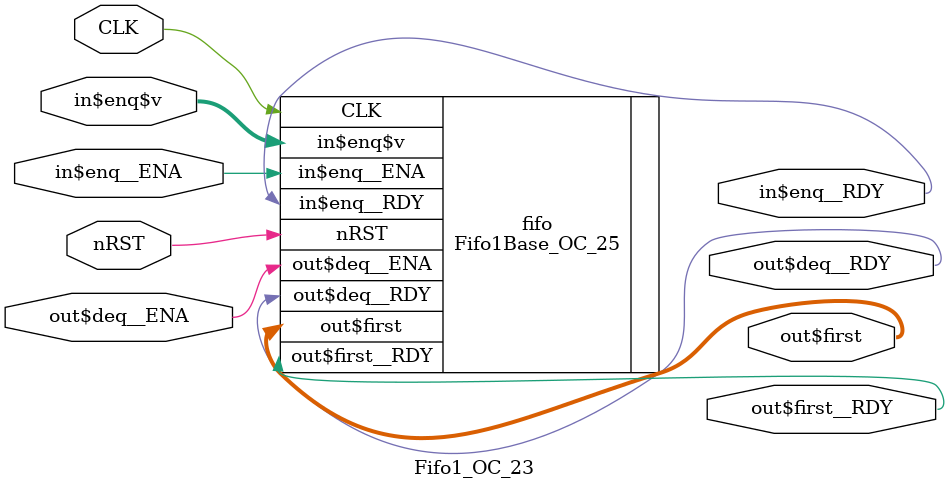
<source format=v>
`include "zynqTop.generated.vh"

`default_nettype none
module Fifo1_OC_23 (input wire CLK, input wire nRST,
    input wire in$enq__ENA,
    input wire [14:0]in$enq$v,
    output wire in$enq__RDY,
    input wire out$deq__ENA,
    output wire out$deq__RDY,
    output wire [14:0]out$first,
    output wire out$first__RDY);
    Fifo1Base_OC_25 fifo (.CLK(CLK), .nRST(nRST),
        .in$enq__ENA(in$enq__ENA),
        .in$enq$v(in$enq$v),
        .in$enq__RDY(in$enq__RDY),
        .out$deq__ENA(out$deq__ENA),
        .out$deq__RDY(out$deq__RDY),
        .out$first(out$first),
        .out$first__RDY(out$first__RDY));
endmodule 

`default_nettype wire    // set back to default value

</source>
